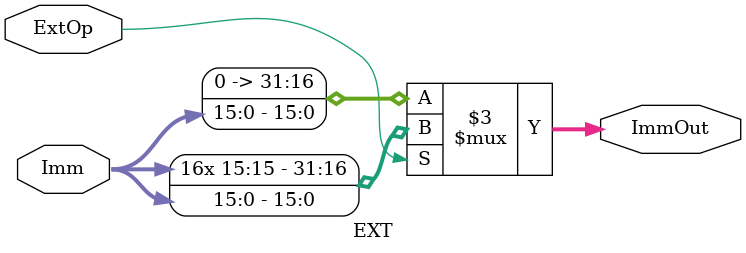
<source format=v>
module EXT(
    input [15:0] Imm,
	 input ExtOp,
	 output reg [31:0] ImmOut
    );
	 
	 always @* begin
	     if(ExtOp)//sign
		     ImmOut <= {{16{Imm[15]}},Imm[15:0]};
		  else
		     ImmOut <= {16'b0,Imm[15:0]};
    end

endmodule

</source>
